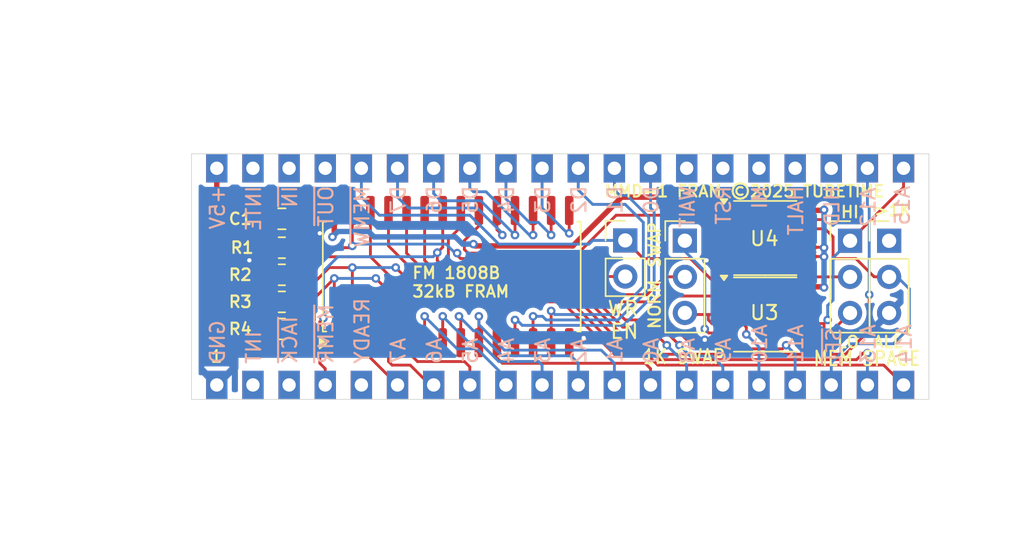
<source format=kicad_pcb>
(kicad_pcb (version 20241229) (generator "pcbnew") (generator_version "9.0")
  (layers (0 "F.Cu" signal) (2 "B.Cu" signal) (13 "F.Paste" user) (15 "B.Paste" user) (5 "F.SilkS" user "F.Silkscreen") (7 "B.SilkS" user "B.Silkscreen") (1 "F.Mask" user) (3 "B.Mask" user) (25 "Edge.Cuts" user))
  (net 0 "")
  (net 1 "+5V")
  (net 2 "GND")
  (net 3 "/MI")
  (net 4 "/HLDA")
  (net 5 "/~{MEMW}")
  (net 6 "/D2")
  (net 7 "/D5")
  (net 8 "/D7")
  (net 9 "/D6")
  (net 10 "/D3")
  (net 11 "/WAIT")
  (net 12 "/RESET")
  (net 13 "/~{OUT}")
  (net 14 "/D4")
  (net 15 "/D0")
  (net 16 "/INTE")
  (net 17 "/D1")
  (net 18 "/HALT")
  (net 19 "/~{IN}")
  (net 20 "/A3")
  (net 21 "/A10")
  (net 22 "/A7")
  (net 23 "/A8")
  (net 24 "/A5")
  (net 25 "/~{MEMR}")
  (net 26 "/INT")
  (net 27 "/A0")
  (net 28 "/A9")
  (net 29 "/~{IACK}")
  (net 30 "/A4")
  (net 31 "/A6")
  (net 32 "/~{SEL0}")
  (net 33 "/A11")
  (net 34 "/READY")
  (net 35 "/A2")
  (net 36 "/A1")
  (net 37 "/~{WE}")
  (net 38 "/A15")
  (net 39 "/~{A10}")
  (net 40 "/A10B")
  (net 41 "/A14")
  (net 42 "/A13")
  (net 43 "/A12")
  (net 45 "/~{CS}")
  (net 46 "Net-(JP4-C)")
  (net 47 "Net-(U3-Pad12)")
  (net 49 "Net-(U3-Pad3)")
  (net 50 "Net-(U3-Pad11)")
  (net 51 "Net-(U4-Pad1)")
  (net 52 "/~{A15}")
  (footprint "Capacitor_SMD:C_0805_2012Metric" (layer "F.Cu") (at 131.572 67.056)
    (property "Reference" "C1")
    (property "Value" "0.1uF")
  )
  (footprint "Connector_PinHeader_2.54mm:PinHeader_1x02_P2.54mm_Vertical" (layer "F.Cu") (at 155.702 68.575)
    (property "Reference" "JP3" (hide yes))
    (property "Value" "WR_EN")
  )
  (footprint "Connector_PinHeader_2.54mm:PinHeader_1x03_P2.54mm_Vertical" (layer "F.Cu") (at 174.244 68.6)
    (property "Reference" "JP1" (hide yes))
    (property "Value" "ALLMEM")
  )
  (footprint "Package_SO:TSSOP-14_4.4x5mm_P0.65mm" (layer "F.Cu") (at 165.5395 68.408)
    (property "Reference" "U4")
    (property "Value" "74HCT00")
  )
  (footprint "Resistor_SMD:R_0805_2012Metric" (layer "F.Cu") (at 131.572 72.898 180)
    (property "Reference" "R3")
    (property "Value" "10K")
  )
  (footprint "Package_SO:SOIC-28W_7.5x17.9mm_P1.27mm" (layer "F.Cu") (at 143.51 71.12 90)
    (property "Reference" "U1" (hide yes))
    (property "Value" "FM1808B-SG")
  )
  (footprint "TE_Pins:1544210-2_20" (layer "F.Cu") (at 127 63.5)
    (property "Reference" "J1" (hide yes))
    (property "Value" "UPPER")
  )
  (footprint "Resistor_SMD:R_0805_2012Metric" (layer "F.Cu") (at 131.572 70.993 180)
    (property "Reference" "R2")
    (property "Value" "10K")
  )
  (footprint "Connector_PinHeader_2.54mm:PinHeader_1x03_P2.54mm_Vertical" (layer "F.Cu") (at 159.893 68.595)
    (property "Reference" "JP2" (hide yes))
    (property "Value" "REMAP")
  )
  (footprint "Resistor_SMD:R_0805_2012Metric" (layer "F.Cu") (at 131.572 74.803 180)
    (property "Reference" "R4")
    (property "Value" "10K")
  )
  (footprint "Package_SO:TSSOP-14_4.4x5mm_P0.65mm" (layer "F.Cu") (at 165.5395 73.787)
    (property "Reference" "U3")
    (property "Value" "74HCT00")
  )
  (footprint "Connector_PinHeader_2.54mm:PinHeader_1x03_P2.54mm_Vertical" (layer "F.Cu") (at 171.5 68.6)
    (property "Reference" "JP4" (hide yes))
    (property "Value" "UPPER")
  )
  (footprint "Resistor_SMD:R_0805_2012Metric" (layer "F.Cu") (at 131.572 69.088)
    (property "Reference" "R1")
    (property "Value" "10K")
  )
  (footprint "TE_Pins:1544210-2_20" (layer "B.Cu") (at 127 78.74)
    (property "Reference" "J2" (hide yes))
    (property "Value" "LOWER")
  )
  (gr_line (start 125.222 62.484) (end 177.038 62.484) (stroke (width 0.05)) (layer "Edge.Cuts"))
  (gr_line (start 177.038 62.484) (end 177.038 79.756) (stroke (width 0.05)) (layer "Edge.Cuts"))
  (gr_line (start 125.222 79.756) (end 125.222 62.484) (stroke (width 0.05)) (layer "Edge.Cuts"))
  (gr_line (start 177.038 79.756) (end 125.222 79.756) (stroke (width 0.05)) (layer "Edge.Cuts"))
  (gr_text "ALL" (at 175.26 76.2 0) (layer "F.SilkS") (effects (font (size 0.8128 0.8128) (thickness 0.1524) (bold yes)) (justify right bottom)))
  (gr_text "HI" (at 172.212 67.056 0) (layer "F.SilkS") (effects (font (size 0.8128 0.8128) (thickness 0.1524) (bold yes)) (justify right bottom)))
  (gr_text "LO" (at 172.212 76.2 0) (layer "F.SilkS") (effects (font (size 0.8128 0.8128) (thickness 0.1524) (bold yes)) (justify right bottom)))
  (gr_text "WR\nEN" (at 156.718 75.565 0) (layer "F.SilkS") (effects (font (size 1 1)) (justify right bottom)))
  (gr_text "NORM" (at 158.242 71.247 90) (layer "F.SilkS") (effects (font (size 0.8128 0.8128) (thickness 0.1524) (bold yes)) (justify right bottom)))
  (gr_text ">1K" (at 175.895 66.929 0) (layer "F.SilkS") (effects (font (size 0.8128 0.8128) (thickness 0.1524) (bold yes)) (justify right bottom)))
  (gr_text "1" (at 126.492 77.216 0) (layer "F.SilkS") (effects (font (size 0.8128 0.8128) (thickness 0.1524) (bold yes)) (justify left bottom)))
  (gr_text "SWAP" (at 158.242 67.183 90) (layer "F.SilkS") (effects (font (size 0.8128 0.8128) (thickness 0.1524) (bold yes)) (justify right bottom)))
  (gr_text "MEM SPACE" (at 176.53 77.47 0) (layer "F.SilkS") (effects (font (size 1 0.8636)) (justify right bottom)))
  (gr_text "FM 1808B \n32kB FRAM" (at 144.145 72.644 0) (layer "F.SilkS") (effects (font (size 0.8128 0.8128) (thickness 0.1524) (bold yes)) (justify bottom)))
  (gr_text "1K SWAP" (at 162.814 77.343 0) (layer "F.SilkS") (effects (font (size 1 0.8636)) (justify right bottom)))
  (gr_text "MMD-1 FRAM ©2025 TUBETIME" (at 173.99 64.643 0) (layer "F.SilkS") (effects (font (size 0.8128 0.8128) (thickness 0.1524) (bold yes)) (justify right top)))
  (gr_text "A10" (at 165.735 77.343 90) (layer "B.SilkS") (effects (font (size 1 1)) (justify right bottom mirror)))
  (gr_text "A12" (at 173.355 64.77 90) (layer "B.SilkS") (effects (font (size 1 1)) (justify left bottom mirror)))
  (gr_text "~{IN}" (at 132.715 64.643 90) (layer "B.SilkS") (effects (font (size 1 1)) (justify left bottom mirror)))
  (gr_text "D4" (at 147.955 64.643 90) (layer "B.SilkS") (effects (font (size 1 1)) (justify left bottom mirror)))
  (gr_text "HALT" (at 168.275 64.643 90) (layer "B.SilkS") (effects (font (size 1 1)) (justify left bottom mirror)))
  (gr_text "~{IACK}" (at 132.715 77.343 90) (layer "B.SilkS") (effects (font (size 1 1)) (justify right bottom mirror)))
  (gr_text "RST" (at 163.195 64.643 90) (layer "B.SilkS") (effects (font (size 1 1)) (justify left bottom mirror)))
  (gr_text "INT" (at 130.175 77.343 90) (layer "B.SilkS") (effects (font (size 1 1)) (justify right bottom mirror)))
  (gr_text "A5" (at 145.415 77.343 90) (layer "B.SilkS") (effects (font (size 1 1)) (justify right bottom mirror)))
  (gr_text "A2" (at 153.035 77.343 90) (layer "B.SilkS") (effects (font (size 1 1)) (justify right bottom mirror)))
  (gr_text "A3" (at 150.495 77.343 90) (layer "B.SilkS") (effects (font (size 1 1)) (justify right bottom mirror)))
  (gr_text "MI" (at 165.735 64.643 90) (layer "B.SilkS") (effects (font (size 1 1)) (justify left bottom mirror)))
  (gr_text "~{OUT}" (at 135.255 64.643 90) (layer "B.SilkS") (effects (font (size 1 1)) (justify left bottom mirror)))
  (gr_text "~{MEMR}" (at 135.255 77.343 90) (layer "B.SilkS") (effects (font (size 1 1)) (justify right bottom mirror)))
  (gr_text "D1" (at 155.575 64.643 90) (layer "B.SilkS") (effects (font (size 1 1)) (justify left bottom mirror)))
  (gr_text "HLD" (at 170.815 64.643 90) (layer "B.SilkS") (effects (font (size 1 1)) (justify left bottom mirror)))
  (gr_text "WAIT" (at 160.655 64.643 90) (layer "B.SilkS") (effects (font (size 1 0.9)) (justify left bottom mirror)))
  (gr_text "D0" (at 158.115 64.643 90) (layer "B.SilkS") (effects (font (size 1 1)) (justify left bottom mirror)))
  (gr_text "+5V" (at 127.635 64.643 90) (layer "B.SilkS") (effects (font (size 1 1)) (justify left bottom mirror)))
  (gr_text "GND" (at 127.635 77.343 90) (layer "B.SilkS") (effects (font (size 1 1)) (justify right bottom mirror)))
  (gr_text "A7" (at 140.335 77.343 90) (layer "B.SilkS") (effects (font (size 1 1)) (justify right bottom mirror)))
  (gr_text "D3" (at 150.495 64.643 90) (layer "B.SilkS") (effects (font (size 1 1)) (justify left bottom mirror)))
  (gr_text "INTE" (at 130.175 64.643 90) (layer "B.SilkS") (effects (font (size 1 1)) (justify left bottom mirror)))
  (gr_text "A13" (at 173.355 77.343 90) (layer "B.SilkS") (effects (font (size 1 1)) (justify right bottom mirror)))
  (gr_text "A9" (at 163.195 77.343 90) (layer "B.SilkS") (effects (font (size 1 1)) (justify right bottom mirror)))
  (gr_text "~{SEL}" (at 170.942 77.47 90) (layer "B.SilkS") (effects (font (size 1 0.9906)) (justify right bottom mirror)))
  (gr_text "READY" (at 137.795 77.343 90) (layer "B.SilkS") (effects (font (size 1 1)) (justify right bottom mirror)))
  (gr_text "A1" (at 155.575 77.343 90) (layer "B.SilkS") (effects (font (size 1 1)) (justify right bottom mirror)))
  (gr_text "A6" (at 142.875 77.343 90) (layer "B.SilkS") (effects (font (size 1 1)) (justify right bottom mirror)))
  (gr_text "D7" (at 140.335 64.643 90) (layer "B.SilkS") (effects (font (size 1 1)) (justify left bottom mirror)))
  (gr_text "A11" (at 168.275 77.343 90) (layer "B.SilkS") (effects (font (size 1 1)) (justify right bottom mirror)))
  (gr_text "A14" (at 175.895 77.343 90) (layer "B.SilkS") (effects (font (size 1 1)) (justify right bottom mirror)))
  (gr_text "~{MEMW}" (at 137.795 64.643 90) (layer "B.SilkS") (effects (font (size 1 1)) (justify left bottom mirror)))
  (gr_text "A0" (at 158.115 77.343 90) (layer "B.SilkS") (effects (font (size 1 1)) (justify right bottom mirror)))
  (gr_text "D5" (at 145.415 64.643 90) (layer "B.SilkS") (effects (font (size 1 1)) (justify left bottom mirror)))
  (gr_text "D6" (at 142.875 64.643 90) (layer "B.SilkS") (effects (font (size 1 1)) (justify left bottom mirror)))
  (gr_text "A15" (at 175.768 64.643 90) (layer "B.SilkS") (effects (font (size 1 1)) (justify left bottom mirror)))
  (gr_text "A4" (at 147.955 77.343 90) (layer "B.SilkS") (effects (font (size 1 1)) (justify right bottom mirror)))
  (gr_text "A8" (at 160.655 77.343 90) (layer "B.SilkS") (effects (font (size 1 1)) (justify right bottom mirror)))
  (gr_text "D2" (at 153.035 64.643 90) (layer "B.SilkS") (effects (font (size 1 1)) (justify left bottom mirror)))
  (segment (start 130.622 67.056) (end 130.622 69.0505) (width 0.381) (layer "F.Cu") (net 1))
  (segment (start 135.255 68.199) (end 135.128 68.326) (width 0.381) (layer "F.Cu") (net 1))
  (segment (start 169.627 71.837) (end 168.492 71.837) (width 0.381) (layer "F.Cu") (net 1))
  (segment (start 168.402 69.058) (end 169.642 69.058) (width 0.2) (layer "F.Cu") (net 1))
  (segment (start 155.448 65.532) (end 168.021 65.532) (width 0.381) (layer "F.Cu") (net 1))
  (segment (start 128.524 67.056) (end 127 65.532) (width 0.381) (layer "F.Cu") (net 1))
  (segment (start 127 65.532) (end 127 63.5) (width 0.381) (layer "F.Cu") (net 1))
  (segment (start 130.622 66.101) (end 130.622 67.056) (width 0.381) (layer "F.Cu") (net 1))
  (segment (start 135.255 66.47) (end 134.288 66.47) (width 0.381) (layer "F.Cu") (net 1))
  (segment (start 152.019 68.961) (end 155.448 65.532) (width 0.381) (layer "F.Cu") (net 1))
  (segment (start 169.642 69.058) (end 169.672 69.088) (width 0.2) (layer "F.Cu") (net 1))
  (segment (start 169.635 66.458) (end 168.402 66.458) (width 0.381) (layer "F.Cu") (net 1))
  (segment (start 168.021 65.532) (end 168.402 65.913) (width 0.381) (layer "F.Cu") (net 1))
  (segment (start 145.161 68.961) (end 152.019 68.961) (width 0.381) (layer "F.Cu") (net 1))
  (segment (start 169.672 66.421) (end 169.635 66.458) (width 0.381) (layer "F.Cu") (net 1))
  (segment (start 131.064 65.659) (end 130.622 66.101) (width 0.381) (layer "F.Cu") (net 1))
  (segment (start 134.288 66.47) (end 133.477 65.659) (width 0.381) (layer "F.Cu") (net 1))
  (segment (start 168.402 65.913) (end 168.402 66.458) (width 0.381) (layer "F.Cu") (net 1))
  (segment (start 169.657 69.708) (end 169.672 69.723) (width 0.2) (layer "F.Cu") (net 1))
  (segment (start 130.622 69.0505) (end 130.6595 69.088) (width 0.381) (layer "F.Cu") (net 1))
  (segment (start 133.477 65.659) (end 131.064 65.659) (width 0.381) (layer "F.Cu") (net 1))
  (segment (start 135.255 66.47) (end 135.255 68.199) (width 0.381) (layer "F.Cu") (net 1))
  (segment (start 168.402 69.708) (end 169.657 69.708) (width 0.2) (layer "F.Cu") (net 1))
  (segment (start 130.622 67.056) (end 128.524 67.056) (width 0.381) (layer "F.Cu") (net 1))
  (segment (start 145.034 68.834) (end 145.161 68.961) (width 0.381) (layer "F.Cu") (net 1))
  (segment (start 169.672 71.882) (end 169.627 71.837) (width 0.381) (layer "F.Cu") (net 1))
  (via (at 169.672 66.421) (size 0.6) (drill 0.3) (layers "F.Cu" "B.Cu") (net 1))
  (via (at 169.672 71.882) (size 0.6) (drill 0.3) (layers "F.Cu" "B.Cu") (net 1))
  (via (at 169.672 69.723) (size 0.6) (drill 0.3) (layers "F.Cu" "B.Cu") (net 1))
  (via (at 145.034 68.834) (size 0.6) (drill 0.3) (layers "F.Cu" "B.Cu") (net 1))
  (via (at 169.672 69.088) (size 0.6) (drill 0.3) (layers "F.Cu" "B.Cu") (net 1))
  (via (at 135.128 68.326) (size 0.6) (drill 0.3) (layers "F.Cu" "B.Cu") (net 1))
  (segment (start 144.272 68.834) (end 143.764 68.326) (width 0.381) (layer "B.Cu") (net 1))
  (segment (start 137.668 67.945) (end 135.509 67.945) (width 0.381) (layer "B.Cu") (net 1))
  (segment (start 169.672 71.882) (end 169.672 66.421) (width 0.381) (layer "B.Cu") (net 1))
  (segment (start 143.764 68.326) (end 138.049 68.326) (width 0.381) (layer "B.Cu") (net 1))
  (segment (start 145.034 68.834) (end 144.272 68.834) (width 0.381) (layer "B.Cu") (net 1))
  (segment (start 135.509 67.945) (end 135.128 68.326) (width 0.381) (layer "B.Cu") (net 1))
  (segment (start 138.049 68.326) (end 137.668 67.945) (width 0.381) (layer "B.Cu") (net 1))
  (segment (start 132.522 67.056) (end 133.35 67.056) (width 0.381) (layer "F.Cu") (net 2))
  (segment (start 152.781 75.438) (end 152.449 75.77) (width 0.381) (layer "F.Cu") (net 2))
  (segment (start 161.417 69.977) (end 161.798 70.358) (width 0.381) (layer "F.Cu") (net 2))
  (segment (start 129.667 70.993) (end 129.286 70.612) (width 0.2) (layer "F.Cu") (net 2))
  (segment (start 161.462 75.737) (end 161.29 75.565) (width 0.381) (layer "F.Cu") (net 2))
  (segment (start 162.677 75.737) (end 161.462 75.737) (width 0.381) (layer "F.Cu") (net 2))
  (segment (start 129.286 70.612) (end 129.286 69.977) (width 0.2) (layer "F.Cu") (net 2))
  (segment (start 161.798 70.358) (end 162.677 70.358) (width 0.381) (layer "F.Cu") (net 2))
  (segment (start 134.239 67.945) (end 134.239 68.072) (width 0.381) (layer "F.Cu") (net 2))
  (segment (start 133.477 67.183) (end 134.239 67.945) (width 0.381) (layer "F.Cu") (net 2))
  (segment (start 130.6595 74.803) (end 130.6595 70.993) (width 0.2) (layer "F.Cu") (net 2))
  (segment (start 133.35 67.056) (end 133.477 67.183) (width 0.381) (layer "F.Cu") (net 2))
  (segment (start 152.449 75.77) (end 151.765 75.77) (width 0.381) (layer "F.Cu") (net 2))
  (segment (start 130.6595 70.993) (end 129.667 70.993) (width 0.2) (layer "F.Cu") (net 2))
  (via (at 134.239 68.072) (size 0.6) (drill 0.3) (layers "F.Cu" "B.Cu") (net 2))
  (via (at 161.417 69.977) (size 0.6) (drill 0.3) (layers "F.Cu" "B.Cu") (net 2))
  (via (at 129.286 69.977) (size 0.6) (drill 0.3) (layers "F.Cu" "B.Cu") (net 2))
  (via (at 161.29 75.565) (size 0.6) (drill 0.3) (layers "F.Cu" "B.Cu") (net 2))
  (via (at 152.781 75.438) (size 0.6) (drill 0.3) (layers "F.Cu" "B.Cu") (net 2))
  (segment (start 162.677 71.837) (end 162.261 71.837) (width 0.2) (layer "F.Cu") (net 5))
  (segment (start 160.274 69.85) (end 156.977 69.85) (width 0.2) (layer "F.Cu") (net 5))
  (segment (start 162.261 71.837) (end 160.274 69.85) (width 0.2) (layer "F.Cu") (net 5))
  (segment (start 156.977 69.85) (end 155.702 68.575) (width 0.2) (layer "F.Cu") (net 5))
  (segment (start 138.43 66.802) (end 137.16 65.532) (width 0.2) (layer "B.Cu") (net 5))
  (segment (start 153.421 68.575) (end 153.162 68.834) (width 0.2) (layer "B.Cu") (net 5))
  (segment (start 146.812 68.834) (end 144.78 66.802) (width 0.2) (layer "B.Cu") (net 5))
  (segment (start 144.78 66.802) (end 138.43 66.802) (width 0.2) (layer "B.Cu") (net 5))
  (segment (start 153.162 68.834) (end 146.812 68.834) (width 0.2) (layer "B.Cu") (net 5))
  (segment (start 155.702 68.575) (end 153.421 68.575) (width 0.2) (layer "B.Cu") (net 5))
  (segment (start 137.16 65.532) (end 137.16 63.5) (width 0.2) (layer "B.Cu") (net 5))
  (segment (start 150.495 75.77) (end 150.495 73.533) (width 0.2) (layer "F.Cu") (net 6))
  (via (at 150.495 73.533) (size 0.6) (drill 0.3) (layers "F.Cu" "B.Cu") (net 6))
  (segment (start 156.972 71.824314) (end 156.972 67.31) (width 0.2) (layer "B.Cu") (net 6))
  (segment (start 156.972 67.31) (end 155.702 66.04) (width 0.2) (layer "B.Cu") (net 6))
  (segment (start 150.749 73.787) (end 155.009314 73.787) (width 0.2) (layer "B.Cu") (net 6))
  (segment (start 153.416 66.04) (end 152.4 65.024) (width 0.2) (layer "B.Cu") (net 6))
  (segment (start 155.702 66.04) (end 153.416 66.04) (width 0.2) (layer "B.Cu") (net 6))
  (segment (start 152.4 65.024) (end 152.4 63.5) (width 0.2) (layer "B.Cu") (net 6))
  (segment (start 150.495 73.533) (end 150.749 73.787) (width 0.2) (layer "B.Cu") (net 6))
  (segment (start 155.009314 73.787) (end 156.972 71.824314) (width 0.2) (layer "B.Cu") (net 6))
  (segment (start 149.225 68.199) (end 149.225 66.47) (width 0.2) (layer "F.Cu") (net 7))
  (via (at 149.225 68.199) (size 0.6) (drill 0.3) (layers "F.Cu" "B.Cu") (net 7))
  (segment (start 145.923 65.151) (end 148.971 68.199) (width 0.2) (layer "B.Cu") (net 7))
  (segment (start 145.034 65.151) (end 145.923 65.151) (width 0.2) (layer "B.Cu") (net 7))
  (segment (start 144.78 64.897) (end 145.034 65.151) (width 0.2) (layer "B.Cu") (net 7))
  (segment (start 148.971 68.199) (end 149.225 68.199) (width 0.2) (layer "B.Cu") (net 7))
  (segment (start 144.78 63.5) (end 144.78 64.897) (width 0.2) (layer "B.Cu") (net 7))
  (segment (start 146.685 67.818) (end 147.066 68.199) (width 0.2) (layer "F.Cu") (net 8))
  (segment (start 146.685 66.47) (end 146.685 67.818) (width 0.2) (layer "F.Cu") (net 8))
  (via (at 147.066 68.199) (size 0.6) (drill 0.3) (layers "F.Cu" "B.Cu") (net 8))
  (segment (start 147.066 68.072) (end 145.288 66.294) (width 0.2) (layer "B.Cu") (net 8))
  (segment (start 140.462 66.294) (end 139.7 65.532) (width 0.2) (layer "B.Cu") (net 8))
  (segment (start 147.066 68.199) (end 147.066 68.072) (width 0.2) (layer "B.Cu") (net 8))
  (segment (start 139.7 65.532) (end 139.7 63.5) (width 0.2) (layer "B.Cu") (net 8))
  (segment (start 145.288 66.294) (end 140.462 66.294) (width 0.2) (layer "B.Cu") (net 8))
  (segment (start 147.955 68.199) (end 147.955 66.47) (width 0.2) (layer "F.Cu") (net 9))
  (via (at 147.955 68.199) (size 0.6) (drill 0.3) (layers "F.Cu" "B.Cu") (net 9))
  (segment (start 142.24 63.5) (end 142.24 65.278) (width 0.2) (layer "B.Cu") (net 9))
  (segment (start 145.542 65.786) (end 147.955 68.199) (width 0.2) (layer "B.Cu") (net 9))
  (segment (start 142.24 65.278) (end 142.748 65.786) (width 0.2) (layer "B.Cu") (net 9))
  (segment (start 142.748 65.786) (end 145.542 65.786) (width 0.2) (layer "B.Cu") (net 9))
  (segment (start 151.765 68.072) (end 151.765 66.47) (width 0.2) (layer "F.Cu") (net 10))
  (via (at 151.765 68.072) (size 0.6) (drill 0.3) (layers "F.Cu" "B.Cu") (net 10))
  (segment (start 151.638 68.072) (end 151.765 68.072) (width 0.2) (layer "B.Cu") (net 10))
  (segment (start 151.13 67.564) (end 151.638 68.072) (width 0.2) (layer "B.Cu") (net 10))
  (segment (start 149.86 66.294) (end 151.13 67.564) (width 0.2) (layer "B.Cu") (net 10))
  (segment (start 149.86 63.5) (end 149.86 66.294) (width 0.2) (layer "B.Cu") (net 10))
  (segment (start 150.495 68.199) (end 150.495 66.47) (width 0.2) (layer "F.Cu") (net 14))
  (via (at 150.495 68.199) (size 0.6) (drill 0.3) (layers "F.Cu" "B.Cu") (net 14))
  (segment (start 148.209 66.548) (end 148.971 67.31) (width 0.2) (layer "B.Cu") (net 14))
  (segment (start 149.606 67.31) (end 150.495 68.199) (width 0.2) (layer "B.Cu") (net 14))
  (segment (start 147.32 65.659) (end 148.209 66.548) (width 0.2) (layer "B.Cu") (net 14))
  (segment (start 148.971 67.31) (end 149.606 67.31) (width 0.2) (layer "B.Cu") (net 14))
  (segment (start 147.32 63.5) (end 147.32 65.659) (width 0.2) (layer "B.Cu") (net 14))
  (segment (start 147.955 74.168) (end 147.955 75.77) (width 0.2) (layer "F.Cu") (net 15))
  (via (at 147.955 74.168) (size 0.6) (drill 0.3) (layers "F.Cu" "B.Cu") (net 15))
  (segment (start 148.082 74.168) (end 148.463 74.549) (width 0.2) (layer "B.Cu") (net 15))
  (segment (start 157.48 66.294) (end 157.48 63.5) (width 0.2) (layer "B.Cu") (net 15))
  (segment (start 147.955 74.168) (end 148.082 74.168) (width 0.2) (layer "B.Cu") (net 15))
  (segment (start 157.734 66.548) (end 157.48 66.294) (width 0.2) (layer "B.Cu") (net 15))
  (segment (start 148.463 74.549) (end 155.575 74.549) (width 0.2) (layer "B.Cu") (net 15))
  (segment (start 155.575 74.549) (end 157.734 72.39) (width 0.2) (layer "B.Cu") (net 15))
  (segment (start 157.734 72.39) (end 157.734 66.548) (width 0.2) (layer "B.Cu") (net 15))
  (segment (start 149.225 75.77) (end 149.225 73.914) (width 0.2) (layer "F.Cu") (net 17))
  (via (at 149.225 73.914) (size 0.6) (drill 0.3) (layers "F.Cu" "B.Cu") (net 17))
  (segment (start 149.895 73.914) (end 150.149 74.168) (width 0.2) (layer "B.Cu") (net 17))
  (segment (start 155.321 65.405) (end 154.94 65.024) (width 0.2) (layer "B.Cu") (net 17))
  (segment (start 157.353 66.929) (end 155.829 65.405) (width 0.2) (layer "B.Cu") (net 17))
  (segment (start 155.194 74.168) (end 157.353 72.009) (width 0.2) (layer "B.Cu") (net 17))
  (segment (start 157.353 72.009) (end 157.353 66.929) (width 0.2) (layer "B.Cu") (net 17))
  (segment (start 155.829 65.405) (end 155.321 65.405) (width 0.2) (layer "B.Cu") (net 17))
  (segment (start 149.225 73.914) (end 149.895 73.914) (width 0.2) (layer "B.Cu") (net 17))
  (segment (start 154.94 65.024) (end 154.94 63.5) (width 0.2) (layer "B.Cu") (net 17))
  (segment (start 150.149 74.168) (end 155.194 74.168) (width 0.2) (layer "B.Cu") (net 17))
  (segment (start 142.875 73.914) (end 142.875 75.77) (width 0.2) (layer "F.Cu") (net 20))
  (via (at 142.875 73.914) (size 0.6) (drill 0.3) (layers "F.Cu" "B.Cu") (net 20))
  (segment (start 146.812 77.089) (end 149.606 77.089) (width 0.2) (layer "B.Cu") (net 20))
  (segment (start 149.606 77.089) (end 149.86 77.343) (width 0.2) (layer "B.Cu") (net 20))
  (segment (start 144.653 75.692) (end 145.415 75.692) (width 0.2) (layer "B.Cu") (net 20))
  (segment (start 142.875 73.914) (end 144.653 75.692) (width 0.2) (layer "B.Cu") (net 20))
  (segment (start 149.86 77.343) (end 149.86 78.74) (width 0.2) (layer "B.Cu") (net 20))
  (segment (start 145.415 75.692) (end 146.812 77.089) (width 0.2) (layer "B.Cu") (net 20))
  (segment (start 161.813 74.437) (end 161.544 74.168) (width 0.2) (layer "F.Cu") (net 21))
  (segment (start 161.544 74.168) (end 161.544 73.787) (width 0.2) (layer "F.Cu") (net 21))
  (segment (start 163.957 74.422) (end 162.692 74.422) (width 0.2) (layer "F.Cu") (net 21))
  (segment (start 162.692 74.422) (end 162.677 74.437) (width 0.2) (layer "F.Cu") (net 21))
  (segment (start 164.211 74.676) (end 163.957 74.422) (width 0.2) (layer "F.Cu") (net 21))
  (segment (start 162.677 74.437) (end 161.813 74.437) (width 0.2) (layer "F.Cu") (net 21))
  (segment (start 161.544 73.787) (end 162.677 73.787) (width 0.2) (layer "F.Cu") (net 21))
  (segment (start 164.211 75.184) (end 164.211 74.676) (width 0.2) (layer "F.Cu") (net 21))
  (segment (start 160.005 73.787) (end 159.893 73.675) (width 0.2) (layer "F.Cu") (net 21))
  (segment (start 161.544 73.787) (end 160.005 73.787) (width 0.2) (layer "F.Cu") (net 21))
  (via (at 164.211 75.184) (size 0.6) (drill 0.3) (layers "F.Cu" "B.Cu") (net 21))
  (segment (start 165.1 76.073) (end 164.211 75.184) (width 0.2) (layer "B.Cu") (net 21))
  (segment (start 165.1 76.215) (end 165.1 78.74) (width 0.2) (layer "B.Cu") (net 21))
  (segment (start 165.1 76.215) (end 165.1 76.073) (width 0.2) (layer "B.Cu") (net 21))
  (segment (start 137.795 75.77) (end 137.795 76.835) (width 0.2) (layer "F.Cu") (net 22))
  (segment (start 137.795 76.835) (end 139.7 78.74) (width 0.2) (layer "F.Cu") (net 22))
  (segment (start 158.115 75.438) (end 155.702 75.438) (width 0.2) (layer "F.Cu") (net 23))
  (segment (start 141.859 71.755) (end 139.065 68.961) (width 0.2) (layer "F.Cu") (net 23))
  (segment (start 155.702 75.438) (end 152.019 71.755) (width 0.2) (layer "F.Cu") (net 23))
  (segment (start 158.623 75.946) (end 158.115 75.438) (width 0.2) (layer "F.Cu") (net 23))
  (segment (start 152.019 71.755) (end 141.859 71.755) (width 0.2) (layer "F.Cu") (net 23))
  (segment (start 139.065 68.961) (end 139.065 66.47) (width 0.2) (layer "F.Cu") (net 23))
  (via (at 158.623 75.946) (size 0.6) (drill 0.3) (layers "F.Cu" "B.Cu") (net 23))
  (segment (start 160.02 77.343) (end 160.02 78.74) (width 0.2) (layer "B.Cu") (net 23))
  (segment (start 158.623 75.946) (end 160.02 77.343) (width 0.2) (layer "B.Cu") (net 23))
  (segment (start 140.335 76.327) (end 141.103 77.095) (width 0.2) (layer "F.Cu") (net 24))
  (segment (start 144.405 77.095) (end 144.78 77.47) (width 0.2) (layer "F.Cu") (net 24))
  (segment (start 141.103 77.095) (end 144.405 77.095) (width 0.2) (layer "F.Cu") (net 24))
  (segment (start 140.335 75.77) (end 140.335 76.327) (width 0.2) (layer "F.Cu") (net 24))
  (segment (start 144.78 77.47) (end 144.78 78.74) (width 0.2) (layer "F.Cu") (net 24))
  (segment (start 134.62 77.597) (end 134.62 78.74) (width 0.2) (layer "F.Cu") (net 25))
  (segment (start 158.272 72.487) (end 157.861 72.898) (width 0.2) (layer "F.Cu") (net 25))
  (segment (start 142.494 69.977) (end 142.494 69.434) (width 0.2) (layer "F.Cu") (net 25))
  (segment (start 155.067 72.898) (end 152.781 70.612) (width 0.2) (layer "F.Cu") (net 25))
  (segment (start 134.239 77.216) (end 134.62 77.597) (width 0.2) (layer "F.Cu") (net 25))
  (segment (start 134.493 74.041) (end 134.239 74.295) (width 0.2) (layer "F.Cu") (net 25))
  (segment (start 134.239 74.295) (end 134.239 77.216) (width 0.2) (layer "F.Cu") (net 25))
  (segment (start 162.677 72.487) (end 158.272 72.487) (width 0.2) (layer "F.Cu") (net 25))
  (segment (start 142.875 66.47) (end 142.875 69.053) (width 0.2) (layer "F.Cu") (net 25))
  (segment (start 143.129 70.612) (end 142.494 69.977) (width 0.2) (layer "F.Cu") (net 25))
  (segment (start 152.781 70.612) (end 143.129 70.612) (width 0.2) (layer "F.Cu") (net 25))
  (segment (start 142.875 69.053) (end 142.494 69.434) (width 0.2) (layer "F.Cu") (net 25))
  (segment (start 157.861 72.898) (end 155.067 72.898) (width 0.2) (layer "F.Cu") (net 25))
  (via (at 134.493 74.041) (size 0.6) (drill 0.3) (layers "F.Cu" "B.Cu") (net 25))
  (via (at 142.494 69.434) (size 0.6) (drill 0.3) (layers "F.Cu" "B.Cu") (net 25))
  (segment (start 142.205 69.723) (end 142.494 69.434) (width 0.2) (layer "B.Cu") (net 25))
  (segment (start 134.493 74.041) (end 134.493 70.739) (width 0.2) (layer "B.Cu") (net 25))
  (segment (start 134.493 70.739) (end 135.509 69.723) (width 0.2) (layer "B.Cu") (net 25))
  (segment (start 135.509 69.723) (end 142.205 69.723) (width 0.2) (layer "B.Cu") (net 25))
  (segment (start 146.685 75.77) (end 146.685 76.835) (width 0.2) (layer "F.Cu") (net 27))
  (segment (start 157.099 77.216) (end 157.48 77.597) (width 0.2) (layer "F.Cu") (net 27))
  (segment (start 146.685 76.835) (end 147.066 77.216) (width 0.2) (layer "F.Cu") (net 27))
  (segment (start 147.066 77.216) (end 157.099 77.216) (width 0.2) (layer "F.Cu") (net 27))
  (segment (start 157.48 77.597) (end 157.48 78.74) (width 0.2) (layer "F.Cu") (net 27))
  (segment (start 142.24 71.374) (end 140.335 69.469) (width 0.2) (layer "F.Cu") (net 28))
  (segment (start 155.527375 74.676) (end 152.225375 71.374) (width 0.2) (layer "F.Cu") (net 28))
  (segment (start 159.512 75.946) (end 158.242 74.676) (width 0.2) (layer "F.Cu") (net 28))
  (segment (start 152.225375 71.374) (end 142.24 71.374) (width 0.2) (layer "F.Cu") (net 28))
  (segment (start 140.335 69.469) (end 140.335 66.47) (width 0.2) (layer "F.Cu") (net 28))
  (segment (start 158.242 74.676) (end 155.527375 74.676) (width 0.2) (layer "F.Cu") (net 28))
  (via (at 159.512 75.946) (size 0.6) (drill 0.3) (layers "F.Cu" "B.Cu") (net 28))
  (segment (start 162.56 77.47) (end 162.56 78.74) (width 0.2) (layer "B.Cu") (net 28))
  (segment (start 161.798 76.708) (end 162.56 77.47) (width 0.2) (layer "B.Cu") (net 28))
  (segment (start 160.274 76.708) (end 161.798 76.708) (width 0.2) (layer "B.Cu") (net 28))
  (segment (start 159.512 75.946) (end 160.274 76.708) (width 0.2) (layer "B.Cu") (net 28))
  (segment (start 141.605 73.914) (end 141.605 75.77) (width 0.2) (layer "F.Cu") (net 30))
  (via (at 141.605 73.914) (size 0.6) (drill 0.3) (layers "F.Cu" "B.Cu") (net 30))
  (segment (start 141.605 73.914) (end 143.891 76.2) (width 0.2) (layer "B.Cu") (net 30))
  (segment (start 143.891 76.2) (end 145.288 76.2) (width 0.2) (layer "B.Cu") (net 30))
  (segment (start 145.288 76.2) (end 147.32 78.232) (width 0.2) (layer "B.Cu") (net 30))
  (segment (start 147.32 78.232) (end 147.32 78.74) (width 0.2) (layer "B.Cu") (net 30))
  (segment (start 139.319 77.343) (end 140.589 77.343) (width 0.2) (layer "F.Cu") (net 31))
  (segment (start 139.065 75.77) (end 139.065 77.089) (width 0.2) (layer "F.Cu") (net 31))
  (segment (start 139.065 77.089) (end 139.319 77.343) (width 0.2) (layer "F.Cu") (net 31))
  (segment (start 141.986 78.74) (end 142.24 78.74) (width 0.2) (layer "F.Cu") (net 31))
  (segment (start 140.589 77.343) (end 141.986 78.74) (width 0.2) (layer "F.Cu") (net 31))
  (segment (start 170.307 69.723) (end 170.307 68.326) (width 0.2) (layer "F.Cu") (net 32))
  (segment (start 171.9072 69.85) (end 170.434 69.85) (width 0.2) (layer "F.Cu") (net 32))
  (segment (start 170.307 68.326) (end 169.739 67.758) (width 0.2) (layer "F.Cu") (net 32))
  (segment (start 168.402 67.108) (end 169.597 67.108) (width 0.2) (layer "F.Cu") (net 32))
  (segment (start 169.739 67.758) (end 168.402 67.758) (width 0.2) (layer "F.Cu") (net 32))
  (segment (start 173.1922 71.135) (end 171.9072 69.85) (width 0.2) (layer "F.Cu") (net 32))
  (segment (start 169.597 67.108) (end 169.739 67.25) (width 0.2) (layer "F.Cu") (net 32))
  (segment (start 173.736 71.135) (end 173.1922 71.135) (width 0.2) (layer "F.Cu") (net 32))
  (segment (start 169.739 67.25) (end 169.739 67.758) (width 0.2) (layer "F.Cu") (net 32))
  (segment (start 170.434 69.85) (end 170.307 69.723) (width 0.2) (layer "F.Cu") (net 32))
  (segment (start 175.6664 71.9836) (end 175.6664 74.7268) (width 0.2) (layer "B.Cu") (net 32))
  (segment (start 170.18 77.1652) (end 170.18 78.74) (width 0.2) (layer "B.Cu") (net 32))
  (segment (start 174.8178 71.135) (end 175.6664 71.9836) (width 0.2) (layer "B.Cu") (net 32))
  (segment (start 174.5488 75.8444) (end 171.5008 75.8444) (width 0.2) (layer "B.Cu") (net 32))
  (segment (start 171.5008 75.8444) (end 170.18 77.1652) (width 0.2) (layer "B.Cu") (net 32))
  (segment (start 173.736 71.135) (end 174.8178 71.135) (width 0.2) (layer "B.Cu") (net 32))
  (segment (start 175.6664 74.7268) (end 174.5488 75.8444) (width 0.2) (layer "B.Cu") (net 32))
  (segment (start 141.605 69.977) (end 141.605 66.47) (width 0.2) (layer "F.Cu") (net 33))
  (segment (start 142.621 70.993) (end 141.605 69.977) (width 0.2) (layer "F.Cu") (net 33))
  (segment (start 155.702 74.168) (end 152.527 70.993) (width 0.2) (layer "F.Cu") (net 33))
  (segment (start 152.527 70.993) (end 142.621 70.993) (width 0.2) (layer "F.Cu") (net 33))
  (segment (start 158.623 74.168) (end 155.702 74.168) (width 0.2) (layer "F.Cu") (net 33))
  (segment (start 160.655 76.2) (end 158.623 74.168) (width 0.2) (layer "F.Cu") (net 33))
  (segment (start 166.751 76.2) (end 160.655 76.2) (width 0.2) (layer "F.Cu") (net 33))
  (segment (start 167.005 75.946) (end 166.751 76.2) (width 0.2) (layer "F.Cu") (net 33))
  (via (at 167.005 75.946) (size 0.6) (drill 0.3) (layers "F.Cu" "B.Cu") (net 33))
  (segment (start 167.64 76.581) (end 167.64 78.74) (width 0.2) (layer "B.Cu") (net 33))
  (segment (start 167.64 78.74) (end 167.513 78.613) (width 0.2) (layer "B.Cu") (net 33))
  (segment (start 167.005 75.946) (end 167.64 76.581) (width 0.2) (layer "B.Cu") (net 33))
  (segment (start 144.018 73.914) (end 144.145 74.041) (width 0.2) (layer "F.Cu") (net 35))
  (segment (start 144.145 74.041) (end 144.145 75.77) (width 0.2) (layer "F.Cu") (net 35))
  (via (at 144.018 73.914) (size 0.6) (drill 0.3) (layers "F.Cu" "B.Cu") (net 35))
  (segment (start 144.018 73.914) (end 145.034 74.93) (width 0.2) (layer "B.Cu") (net 35))
  (segment (start 151.873 76.689) (end 152.4 77.216) (width 0.2) (layer "B.Cu") (net 35))
  (segment (start 145.288 74.93) (end 147.047 76.689) (width 0.2) (layer "B.Cu") (net 35))
  (segment (start 145.034 74.93) (end 145.288 74.93) (width 0.2) (layer "B.Cu") (net 35))
  (segment (start 147.047 76.689) (end 151.873 76.689) (width 0.2) (layer "B.Cu") (net 35))
  (segment (start 152.4 77.216) (end 152.4 78.74) (width 0.2) (layer "B.Cu") (net 35))
  (segment (start 145.415 73.914) (end 145.415 75.77) (width 0.2) (layer "F.Cu") (net 36))
  (via (at 145.415 73.914) (size 0.6) (drill 0.3) (layers "F.Cu" "B.Cu") (net 36))
  (segment (start 147.212686 76.289) (end 154.013 76.289) (width 0.2) (layer "B.Cu") (net 36))
  (segment (start 154.013 76.289) (end 154.94 77.216) (width 0.2) (layer "B.Cu") (net 36))
  (segment (start 145.415 74.491314) (end 147.212686 76.289) (width 0.2) (layer "B.Cu") (net 36))
  (segment (start 154.94 77.216) (end 154.94 78.74) (width 0.2) (layer "B.Cu") (net 36))
  (segment (start 145.415 73.914) (end 145.415 74.491314) (width 0.2) (layer "B.Cu") (net 36))
  (segment (start 154.446686 71.115) (end 155.702 71.115) (width 0.2) (layer "F.Cu") (net 37))
  (segment (start 136.398 69.088) (end 132.4845 69.088) (width 0.2) (layer "F.Cu") (net 37))
  (segment (start 144.129 69.85) (end 153.181686 69.85) (width 0.2) (layer "F.Cu") (net 37))
  (segment (start 136.525 68.961) (end 136.398 69.088) (width 0.2) (layer "F.Cu") (net 37))
  (segment (start 143.891 69.612) (end 144.129 69.85) (width 0.2) (layer "F.Cu") (net 37))
  (segment (start 143.891 69.469) (end 143.891 69.612) (width 0.2) (layer "F.Cu") (net 37))
  (segment (start 136.525 68.961) (end 136.525 66.47) (width 0.2) (layer "F.Cu") (net 37))
  (segment (start 153.181686 69.85) (end 154.446686 71.115) (width 0.2) (layer "F.Cu") (net 37))
  (via (at 143.891 69.469) (size 0.6) (drill 0.3) (layers "F.Cu" "B.Cu") (net 37))
  (via (at 136.525 68.961) (size 0.6) (drill 0.3) (layers "F.Cu" "B.Cu") (net 37))
  (segment (start 143.748 69.469) (end 143.113 68.834) (width 0.2) (layer "B.Cu") (net 37))
  (segment (start 136.652 68.834) (end 136.525 68.961) (width 0.2) (layer "B.Cu") (net 37))
  (segment (start 143.113 68.834) (end 136.652 68.834) (width 0.2) (layer "B.Cu") (net 37))
  (segment (start 143.891 69.469) (end 143.748 69.469) (width 0.2) (layer "B.Cu") (net 37))
  (segment (start 175.26 64.84) (end 171.5 68.6) (width 0.2) (layer "F.Cu") (net 38))
  (segment (start 169.672 74.422) (end 168.417 74.422) (width 0.2) (layer "F.Cu") (net 38))
  (segment (start 168.402 75.087) (end 169.515 75.087) (width 0.2) (layer "F.Cu") (net 38))
  (segment (start 168.417 74.422) (end 168.402 74.437) (width 0.2) (layer "F.Cu") (net 38))
  (segment (start 175.26 63.5) (end 175.26 64.84) (width 0.2) (layer "F.Cu") (net 38))
  (segment (start 169.672 74.422) (end 169.926 74.168) (width 0.2) (layer "F.Cu") (net 38))
  (segment (start 169.515 75.087) (end 169.672 74.93) (width 0.2) (layer "F.Cu") (net 38))
  (segment (start 169.672 74.93) (end 169.672 74.422) (width 0.2) (layer "F.Cu") (net 38))
  (via (at 169.926 74.168) (size 0.6) (drill 0.3) (layers "F.Cu" "B.Cu") (net 38))
  (segment (start 169.926 73.152) (end 170.307 72.771) (width 0.2) (layer "B.Cu") (net 38))
  (segment (start 170.307 72.771) (end 170.307 69.793) (width 0.2) (layer "B.Cu") (net 38))
  (segment (start 169.926 74.168) (end 169.926 73.152) (width 0.2) (layer "B.Cu") (net 38))
  (segment (start 170.307 69.793) (end 171.5 68.6) (width 0.2) (layer "B.Cu") (net 38))
  (segment (start 161.29 74.803) (end 161.574 75.087) (width 0.2) (layer "F.Cu") (net 39))
  (segment (start 161.574 75.087) (end 162.677 75.087) (width 0.2) (layer "F.Cu") (net 39))
  (via (at 161.29 74.803) (size 0.6) (drill 0.3) (layers "F.Cu" "B.Cu") (net 39))
  (segment (start 159.893 69.342) (end 160.909 70.358) (width 0.2) (layer "B.Cu") (net 39))
  (segment (start 160.909 70.358) (end 161.29 70.739) (width 0.2) (layer "B.Cu") (net 39))
  (segment (start 159.893 68.595) (end 159.893 69.342) (width 0.2) (layer "B.Cu") (net 39))
  (segment (start 161.29 70.739) (end 161.29 74.803) (width 0.2) (layer "B.Cu") (net 39))
  (segment (start 143.275 68.4975) (end 143.275 69.869) (width 0.2) (layer "F.Cu") (net 40))
  (segment (start 157.226 72.39) (end 158.481 71.135) (width 0.2) (layer "F.Cu") (net 40))
  (segment (start 144.145 66.47) (end 144.145 67.6275) (width 0.2) (layer "F.Cu") (net 40))
  (segment (start 152.997 70.231) (end 155.156 72.39) (width 0.2) (layer "F.Cu") (net 40))
  (segment (start 143.275 69.869) (end 143.637 70.231) (width 0.2) (layer "F.Cu") (net 40))
  (segment (start 143.637 70.231) (end 152.997 70.231) (width 0.2) (layer "F.Cu") (net 40))
  (segment (start 155.156 72.39) (end 157.226 72.39) (width 0.2) (layer "F.Cu") (net 40))
  (segment (start 144.145 67.6275) (end 143.275 68.4975) (width 0.2) (layer "F.Cu") (net 40))
  (segment (start 158.481 71.135) (end 159.893 71.135) (width 0.2) (layer "F.Cu") (net 40))
  (segment (start 155.067 76.708) (end 157.353 76.708) (width 0.2) (layer "F.Cu") (net 41))
  (segment (start 173.863 77.343) (end 175.26 78.74) (width 0.2) (layer "F.Cu") (net 41))
  (segment (start 133.858 72.644) (end 133.858 74.168) (width 0.2) (layer "F.Cu") (net 41))
  (segment (start 133.223 74.803) (end 132.4845 74.803) (width 0.2) (layer "F.Cu") (net 41))
  (segment (start 157.353 76.708) (end 157.988 77.343) (width 0.2) (layer "F.Cu") (net 41))
  (segment (start 139.827 72.898) (end 151.257 72.898) (width 0.2) (layer "F.Cu") (net 41))
  (segment (start 138.176 71.247) (end 139.827 72.898) (width 0.2) (layer "F.Cu") (net 41))
  (segment (start 151.257 72.898) (end 155.067 76.708) (width 0.2) (layer "F.Cu") (net 41))
  (segment (start 135.255 71.247) (end 133.858 72.644) (width 0.2) (layer "F.Cu") (net 41))
  (segment (start 133.858 74.168) (end 133.223 74.803) (width 0.2) (layer "F.Cu") (net 41))
  (segment (start 135.255 71.247) (end 135.255 75.77) (width 0.2) (layer "F.Cu") (net 41))
  (segment (start 157.988 77.343) (end 173.863 77.343) (width 0.2) (layer "F.Cu") (net 41))
  (via (at 135.255 71.247) (size 0.6) (drill 0.3) (layers "F.Cu" "B.Cu") (net 41))
  (via (at 138.176 71.247) (size 0.6) (drill 0.3) (layers "F.Cu" "B.Cu") (net 41))
  (segment (start 135.255 71.247) (end 138.176 71.247) (width 0.2) (layer "B.Cu") (net 41))
  (segment (start 157.48 76.327) (end 155.321 76.327) (width 0.2) (layer "F.Cu") (net 42))
  (segment (start 172.4152 76.5048) (end 171.958 76.962) (width 0.2) (layer "F.Cu") (net 42))
  (segment (start 155.321 76.327) (end 151.511 72.517) (width 0.2) (layer "F.Cu") (net 42))
  (segment (start 158.115 76.962) (end 157.48 76.327) (width 0.2) (layer "F.Cu") (net 42))
  (segment (start 137.795 69.723) (end 137.795 66.47) (width 0.2) (layer "F.Cu") (net 42))
  (segment (start 151.511 72.517) (end 140.589 72.517) (width 0.2) (layer "F.Cu") (net 42))
  (segment (start 134.493 69.723) (end 133.223 70.993) (width 0.2) (layer "F.Cu") (net 42))
  (segment (start 140.589 72.517) (end 137.795 69.723) (width 0.2) (layer "F.Cu") (net 42))
  (segment (start 171.958 76.962) (end 158.115 76.962) (width 0.2) (layer "F.Cu") (net 42))
  (segment (start 133.223 70.993) (end 132.4845 70.993) (width 0.2) (layer "F.Cu") (net 42))
  (segment (start 137.795 69.723) (end 134.493 69.723) (width 0.2) (layer "F.Cu") (net 42))
  (segment (start 172.72 76.5048) (end 172.4152 76.5048) (width 0.2) (layer "F.Cu") (net 42))
  (via (at 172.72 76.5048) (size 0.6) (drill 0.3) (layers "F.Cu" "B.Cu") (net 42))
  (segment (start 172.72 78.74) (end 172.72 76.5048) (width 0.2) (layer "B.Cu") (net 42))
  (segment (start 141.224 72.136) (end 139.573 70.485) (width 0.2) (layer "F.Cu") (net 43))
  (segment (start 157.607 75.946) (end 155.575 75.946) (width 0.2) (layer "F.Cu") (net 43))
  (segment (start 136.525 70.485) (end 134.8975 70.485) (width 0.2) (layer "F.Cu") (net 43))
  (segment (start 172.847 72.39) (end 172.847 74.9046) (width 0.2) (layer "F.Cu") (net 43))
  (segment (start 134.8975 70.485) (end 132.4845 72.898) (width 0.2) (layer "F.Cu") (net 43))
  (segment (start 136.525 70.485) (end 136.525 75.77) (width 0.2) (layer "F.Cu") (net 43))
  (segment (start 172.847 74.9046) (end 171.1706 76.581) (width 0.2) (layer "F.Cu") (net 43))
  (segment (start 151.765 72.136) (end 141.224 72.136) (width 0.2) (layer "F.Cu") (net 43))
  (segment (start 155.575 75.946) (end 151.765 72.136) (width 0.2) (layer "F.Cu") (net 43))
  (segment (start 158.242 76.581) (end 157.607 75.946) (width 0.2) (layer "F.Cu") (net 43))
  (segment (start 171.1706 76.581) (end 158.242 76.581) (width 0.2) (layer "F.Cu") (net 43))
  (via (at 139.573 70.485) (size 0.6) (drill 0.3) (layers "F.Cu" "B.Cu") (net 43))
  (via (at 172.847 72.39) (size 0.6) (drill 0.3) (layers "F.Cu" "B.Cu") (net 43))
  (via (at 136.525 70.485) (size 0.6) (drill 0.3) (layers "F.Cu" "B.Cu") (net 43))
  (segment (start 172.847 72.39) (end 172.847 66.2686) (width 0.2) (layer "B.Cu") (net 43))
  (segment (start 139.573 70.485) (end 136.525 70.485) (width 0.2) (layer "B.Cu") (net 43))
  (segment (start 172.72 66.1416) (end 172.72 63.5) (width 0.2) (layer "B.Cu") (net 43))
  (segment (start 172.847 66.2686) (end 172.72 66.1416) (width 0.2) (layer "B.Cu") (net 43))
  (segment (start 144.653 69.469) (end 144.399 69.215) (width 0.2) (layer "F.Cu") (net 45))
  (segment (start 152.4 69.469) (end 144.653 69.469) (width 0.2) (layer "F.Cu") (net 45))
  (segment (start 162.037 69.708) (end 161.417 69.088) (width 0.2) (layer "F.Cu") (net 45))
  (segment (start 162.677 69.708) (end 162.037 69.708) (width 0.2) (layer "F.Cu") (net 45))
  (segment (start 155.067 66.802) (end 152.4 69.469) (width 0.2) (layer "F.Cu") (net 45))
  (segment (start 145.415 67.564) (end 145.415 66.47) (width 0.2) (layer "F.Cu") (net 45))
  (segment (start 161.417 67.31) (end 160.909 66.802) (width 0.2) (layer "F.Cu") (net 45))
  (segment (start 144.399 68.58) (end 145.415 67.564) (width 0.2) (layer "F.Cu") (net 45))
  (segment (start 160.909 66.802) (end 155.067 66.802) (width 0.2) (layer "F.Cu") (net 45))
  (segment (start 144.399 69.215) (end 144.399 68.58) (width 0.2) (layer "F.Cu") (net 45))
  (segment (start 161.417 69.088) (end 161.417 67.31) (width 0.2) (layer "F.Cu") (net 45))
  (segment (start 167.914 71.14) (end 163.882 67.108) (width 0.2) (layer "F.Cu") (net 46))
  (segment (start 163.882 67.108) (end 162.677 67.108) (width 0.2) (layer "F.Cu") (net 46))
  (segment (start 171.5 71.14) (end 167.914 71.14) (width 0.2) (layer "F.Cu") (net 46))
  (segment (start 163.77 67.758) (end 165.608 69.596) (width 0.2) (layer "F.Cu") (net 47))
  (segment (start 166.624 72.517) (end 166.624 72.771) (width 0.2) (layer "F.Cu") (net 47))
  (segment (start 166.654 72.487) (end 166.624 72.517) (width 0.2) (layer "F.Cu") (net 47))
  (segment (start 168.402 72.487) (end 166.654 72.487) (width 0.2) (layer "F.Cu") (net 47))
  (segment (start 162.677 67.758) (end 163.77 67.758) (width 0.2) (layer "F.Cu") (net 47))
  (segment (start 167.005 73.152) (end 168.387 73.152) (width 0.2) (layer "F.Cu") (net 47))
  (segment (start 165.608 69.596) (end 165.608 71.501) (width 0.2) (layer "F.Cu") (net 47))
  (segment (start 165.608 71.501) (end 166.624 72.517) (width 0.2) (layer "F.Cu") (net 47))
  (segment (start 168.387 73.152) (end 168.402 73.137) (width 0.2) (layer "F.Cu") (net 47))
  (segment (start 166.624 72.771) (end 167.005 73.152) (width 0.2) (layer "F.Cu") (net 47))
  (segment (start 163.957 69.342) (end 163.673 69.058) (width 0.2) (layer "F.Cu") (net 49))
  (segment (start 163.673 69.058) (end 162.677 69.058) (width 0.2) (layer "F.Cu") (net 49))
  (segment (start 162.677 73.137) (end 163.591 73.137) (width 0.2) (layer "F.Cu") (net 49))
  (segment (start 163.591 73.137) (end 163.957 72.771) (width 0.2) (layer "F.Cu") (net 49))
  (segment (start 163.957 72.771) (end 163.957 69.342) (width 0.2) (layer "F.Cu") (net 49))
  (segment (start 163.785 68.408) (end 165.1 69.723) (width 0.2) (layer "F.Cu") (net 50))
  (segment (start 162.677 68.408) (end 163.785 68.408) (width 0.2) (layer "F.Cu") (net 50))
  (segment (start 165.1 72.009) (end 166.878 73.787) (width 0.2) (layer "F.Cu") (net 50))
  (segment (start 166.878 73.787) (end 168.402 73.787) (width 0.2) (layer "F.Cu") (net 50))
  (segment (start 165.1 69.723) (end 165.1 72.009) (width 0.2) (layer "F.Cu") (net 50))
  (segment (start 163.867 66.458) (end 165.817 68.408) (width 0.2) (layer "F.Cu") (net 51))
  (segment (start 165.817 68.408) (end 168.402 68.408) (width 0.2) (layer "F.Cu") (net 51))
  (segment (start 162.677 66.458) (end 163.867 66.458) (width 0.2) (layer "F.Cu") (net 51))
  (segment (start 169.443 75.737) (end 171.5 73.68) (width 0.2) (layer "F.Cu") (net 52))
  (segment (start 168.402 75.737) (end 169.443 75.737) (width 0.2) (layer "F.Cu") (net 52))
  (zone (net 2) (net_name "GND") (layer "B.Cu") (connect_pads (clearance 0.3048)) (min_thickness 0.254) (fill yes (thermal_gap 0.3048) (thermal_bridge_width 0.5))
    (polygon (pts (xy 125.222 64.643) (xy 177.038 64.643) (xy 177.038 76.835) (xy 148.59 76.835) (xy 128.524 76.835) (xy 128.524 79.375) (xy 125.222 79.375)))
  )
)
</source>
